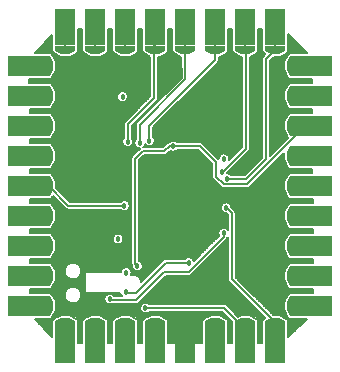
<source format=gbl>
G04 DipTrace 2.4.0.2*
%INSTM32.gbl*%
%MOMM*%
%ADD13C,0.203*%
%ADD14C,0.305*%
%ADD17C,0.152*%
%ADD19R,1.7X1.6*%
%ADD21R,1.7X2.032*%
%ADD23R,1.6X1.7*%
%ADD24R,2.032X1.7*%
%ADD29R,2.0X1.7*%
%ADD30R,1.7X2.0*%
%ADD40C,0.711*%
%ADD45C,0.457*%
%FSLAX53Y53*%
G04*
G71*
G90*
G75*
G01*
%LNBottom*%
%LPD*%
X34087Y26595D2*
D13*
X32922D1*
X23927Y12517D2*
D14*
Y11355D1*
Y10085D1*
X22884Y27446D2*
D13*
X25176D1*
X26518Y26104D1*
Y24868D1*
X27182Y24203D1*
X29155D1*
X34087Y29135D1*
X32925D1*
X34087D2*
X35357D1*
X22884Y27446D2*
X22618D1*
X22167Y26995D1*
X20323D1*
X19709Y26381D1*
Y17473D1*
X19887Y17295D1*
X26467Y35592D2*
Y36755D1*
Y38025D1*
X20905Y27902D2*
Y29169D1*
X26447Y34711D1*
Y36735D1*
X26467Y36755D1*
X23927Y35592D2*
Y36755D1*
Y38025D1*
X20096Y27704D2*
Y29249D1*
X23957Y33110D1*
Y36725D1*
X23927Y36755D1*
X21387Y35592D2*
Y36755D1*
Y38025D2*
Y36755D1*
X19065Y27833D2*
Y29286D1*
X21289Y31509D1*
Y36657D1*
X21387Y36755D1*
X18847Y35592D2*
Y36755D1*
Y38025D1*
X16307Y35592D2*
Y36755D1*
Y38025D1*
X13767Y35592D2*
Y36755D1*
Y38025D1*
X12389Y34215D2*
X11227D1*
X9957D1*
X12389Y31675D2*
X11227D1*
X9957D2*
X11227D1*
X20572Y13738D2*
X27224D1*
X29052Y11911D1*
Y11399D1*
X29007Y11355D1*
Y12520D2*
Y11355D1*
Y10085D2*
Y11355D1*
X13767Y12517D2*
Y11355D1*
Y10085D2*
Y11355D1*
X16307Y12517D2*
Y11355D1*
Y10085D2*
Y11355D1*
X18847Y12517D2*
Y11355D1*
Y10085D2*
Y11355D1*
X21387Y12517D2*
Y11355D1*
Y10085D2*
Y11355D1*
X32922Y13895D2*
X34087D1*
X35357D1*
X9957Y29135D2*
X11227D1*
X12389D2*
X11227D1*
X12389Y26595D2*
X11227D1*
X9957D2*
X11227D1*
X35357Y16435D2*
X34087D1*
X32925D1*
X27393Y22223D2*
X27439D1*
X27870Y21791D1*
Y16194D1*
X31547Y12517D1*
Y10085D2*
Y11355D1*
Y12517D2*
Y11355D1*
X35357Y18975D2*
X34087D1*
X32925D1*
X35357Y21515D2*
X32922D1*
X32925Y24055D2*
X34087D1*
X35357D2*
X34087D1*
X27475Y24685D2*
X29110D1*
X30746Y26320D1*
Y34788D1*
X31547Y35590D1*
Y36755D1*
Y38025D1*
X27049Y25263D2*
X27127D1*
X29084Y27220D1*
Y35592D1*
X29007D1*
Y38025D2*
Y36755D1*
Y35592D1*
X18782Y22412D2*
X14032D1*
X12389Y24055D1*
X11227D1*
X9957D1*
X12389Y21515D2*
X11227D1*
X9957D2*
X11227D1*
X9957Y18975D2*
X11227D1*
X12389D2*
X11227D1*
X9957Y16435D2*
X11227D1*
X12389D2*
X11227D1*
X12389Y13895D2*
X11227D1*
X9957D2*
X11227D1*
X34087Y34215D2*
X32925D1*
X34087D2*
X35357D1*
X27194Y20054D2*
Y19771D1*
X24228Y16805D1*
X22159D1*
X19763Y14409D1*
X17634D1*
X17542Y14501D1*
X24233Y17577D2*
X22298D1*
X19751Y15030D1*
X18913D1*
X18891Y15051D1*
X34087Y31675D2*
D14*
X32925D1*
X34087D2*
X35357D1*
X26467Y12517D2*
Y11355D1*
Y10085D2*
Y11355D1*
D45*
X22884Y27446D3*
X28254Y29823D3*
X29716Y26329D3*
X27213Y26365D3*
X27049Y25263D3*
X27475Y24685D3*
X27393Y22223D3*
X24233Y17577D3*
X27194Y20054D3*
X20572Y13738D3*
X18782Y22412D3*
X19065Y27833D3*
X20096Y27704D3*
X20905Y27902D3*
X18891Y15051D3*
X17542Y14501D3*
X19887Y17295D3*
X31375Y28214D3*
X24423Y31124D3*
X18633Y31632D3*
X18247Y19585D3*
X16258Y17212D3*
X18926Y16739D3*
X16974Y20543D3*
X14867Y37252D2*
D17*
X15208D1*
X17406D2*
X17749D1*
X19945D2*
X20288D1*
X22486D2*
X22827D1*
X27567D2*
X27907D1*
X30105D2*
X30448D1*
X14867Y37104D2*
X15208D1*
X17406D2*
X17749D1*
X19945D2*
X20288D1*
X22486D2*
X22827D1*
X27567D2*
X27907D1*
X30105D2*
X30448D1*
X14867Y36955D2*
X15208D1*
X17406D2*
X17749D1*
X19945D2*
X20288D1*
X22486D2*
X22827D1*
X27567D2*
X27907D1*
X30105D2*
X30448D1*
X14867Y36806D2*
X15208D1*
X17406D2*
X17749D1*
X19945D2*
X20288D1*
X22486D2*
X22827D1*
X27567D2*
X27907D1*
X30105D2*
X30448D1*
X32647D2*
X32726D1*
X12540Y36657D2*
X12669D1*
X14867D2*
X15208D1*
X17406D2*
X17749D1*
X19945D2*
X20288D1*
X22486D2*
X22827D1*
X27567D2*
X27907D1*
X30105D2*
X30448D1*
X32647D2*
X32870D1*
X12397Y36509D2*
X12669D1*
X14867D2*
X15208D1*
X17406D2*
X17749D1*
X19945D2*
X20288D1*
X22486D2*
X22827D1*
X27567D2*
X27907D1*
X30105D2*
X30448D1*
X32647D2*
X33018D1*
X12255Y36360D2*
X12669D1*
X14867D2*
X15208D1*
X17406D2*
X17749D1*
X19945D2*
X20288D1*
X22486D2*
X22827D1*
X27567D2*
X27907D1*
X30105D2*
X30448D1*
X32647D2*
X33163D1*
X12112Y36212D2*
X12669D1*
X14867D2*
X15208D1*
X17406D2*
X17749D1*
X19945D2*
X20288D1*
X22486D2*
X22827D1*
X27567D2*
X27907D1*
X30105D2*
X30448D1*
X32647D2*
X33310D1*
X11968Y36063D2*
X12669D1*
X14867D2*
X15208D1*
X17406D2*
X17749D1*
X19945D2*
X20288D1*
X22486D2*
X22827D1*
X27567D2*
X27907D1*
X30105D2*
X30448D1*
X32647D2*
X33455D1*
X11825Y35914D2*
X12669D1*
X14867D2*
X15208D1*
X17406D2*
X17749D1*
X19945D2*
X20288D1*
X22486D2*
X22827D1*
X27567D2*
X27907D1*
X30105D2*
X30448D1*
X32647D2*
X33600D1*
X11683Y35766D2*
X12669D1*
X14867D2*
X15208D1*
X17406D2*
X17749D1*
X19945D2*
X20288D1*
X22486D2*
X22827D1*
X27567D2*
X27907D1*
X30105D2*
X30448D1*
X32647D2*
X33747D1*
X11540Y35617D2*
X12669D1*
X14867D2*
X15208D1*
X17406D2*
X17749D1*
X19945D2*
X20288D1*
X22486D2*
X22827D1*
X27567D2*
X27907D1*
X30105D2*
X30448D1*
X32647D2*
X33892D1*
X11398Y35468D2*
X12669D1*
X14865D2*
X15210D1*
X17404D2*
X17749D1*
X19945D2*
X20290D1*
X22484D2*
X22829D1*
X27564D2*
X27909D1*
X30105D2*
X30450D1*
X32644D2*
X34039D1*
X11253Y35319D2*
X12747D1*
X14787D2*
X15286D1*
X17328D2*
X17827D1*
X19867D2*
X20366D1*
X22408D2*
X22907D1*
X27488D2*
X27987D1*
X30027D2*
X30526D1*
X32568D2*
X34184D1*
X12711Y35171D2*
X13020D1*
X14514D2*
X15559D1*
X17055D2*
X18100D1*
X19594D2*
X20639D1*
X22135D2*
X23180D1*
X27215D2*
X28261D1*
X29754D2*
X30638D1*
X32295D2*
X32602D1*
X12787Y35022D2*
X13308D1*
X14226D2*
X15849D1*
X16765D2*
X18388D1*
X19306D2*
X20929D1*
X21845D2*
X23468D1*
X26925D2*
X28548D1*
X29464D2*
X30491D1*
X32005D2*
X32526D1*
X12863Y34873D2*
X20938D1*
X21641D2*
X23606D1*
X26797D2*
X28733D1*
X29436D2*
X30405D1*
X31321D2*
X32450D1*
X12941Y34725D2*
X20938D1*
X21641D2*
X23606D1*
X26797D2*
X28733D1*
X29436D2*
X30396D1*
X31172D2*
X32374D1*
X13003Y34576D2*
X20938D1*
X21641D2*
X23606D1*
X26771D2*
X28733D1*
X29436D2*
X30396D1*
X31096D2*
X32310D1*
X13005Y34428D2*
X20938D1*
X21641D2*
X23606D1*
X26655D2*
X28733D1*
X29436D2*
X30396D1*
X31096D2*
X32308D1*
X13005Y34279D2*
X20938D1*
X21641D2*
X23606D1*
X26505D2*
X28733D1*
X29436D2*
X30396D1*
X31096D2*
X32308D1*
X13005Y34130D2*
X20938D1*
X21641D2*
X23606D1*
X26355D2*
X28733D1*
X29436D2*
X30396D1*
X31096D2*
X32308D1*
X13005Y33982D2*
X20938D1*
X21641D2*
X23606D1*
X26208D2*
X28733D1*
X29436D2*
X30396D1*
X31096D2*
X32308D1*
X12998Y33833D2*
X20938D1*
X21641D2*
X23606D1*
X26058D2*
X28733D1*
X29436D2*
X30396D1*
X31096D2*
X32315D1*
X12929Y33684D2*
X20938D1*
X21641D2*
X23606D1*
X25911D2*
X28733D1*
X29436D2*
X30396D1*
X31096D2*
X32384D1*
X12853Y33536D2*
X20938D1*
X21641D2*
X23606D1*
X25762D2*
X28733D1*
X29436D2*
X30396D1*
X31096D2*
X32460D1*
X12777Y33387D2*
X20938D1*
X21641D2*
X23606D1*
X25614D2*
X28733D1*
X29436D2*
X30396D1*
X31096D2*
X32538D1*
X12699Y33238D2*
X20938D1*
X21641D2*
X23596D1*
X25465D2*
X28733D1*
X29436D2*
X30396D1*
X31096D2*
X32614D1*
X10763Y33090D2*
X20938D1*
X21641D2*
X23446D1*
X25315D2*
X28733D1*
X29436D2*
X30396D1*
X31096D2*
X34647D1*
X10763Y32941D2*
X20938D1*
X21641D2*
X23297D1*
X25168D2*
X28733D1*
X29436D2*
X30396D1*
X31096D2*
X34647D1*
X10766Y32792D2*
X20938D1*
X21641D2*
X23150D1*
X25018D2*
X28733D1*
X29436D2*
X30396D1*
X31096D2*
X34649D1*
X12704Y32643D2*
X20938D1*
X21641D2*
X23000D1*
X24871D2*
X28733D1*
X29436D2*
X30396D1*
X31096D2*
X32609D1*
X12780Y32495D2*
X20938D1*
X21641D2*
X22853D1*
X24721D2*
X28733D1*
X29436D2*
X30396D1*
X31096D2*
X32533D1*
X12858Y32346D2*
X20938D1*
X21641D2*
X22703D1*
X24572D2*
X28733D1*
X29436D2*
X30396D1*
X31096D2*
X32457D1*
X12934Y32197D2*
X20938D1*
X21641D2*
X22553D1*
X24424D2*
X28733D1*
X29436D2*
X30396D1*
X31096D2*
X32381D1*
X13001Y32049D2*
X18416D1*
X18848D2*
X20938D1*
X21641D2*
X22406D1*
X24275D2*
X28733D1*
X29436D2*
X30396D1*
X31096D2*
X32312D1*
X13005Y31900D2*
X18240D1*
X19026D2*
X20938D1*
X21641D2*
X22257D1*
X24128D2*
X28733D1*
X29436D2*
X30396D1*
X31096D2*
X32308D1*
X13005Y31752D2*
X18169D1*
X19095D2*
X20938D1*
X21641D2*
X22109D1*
X23978D2*
X28733D1*
X29436D2*
X30396D1*
X31096D2*
X32308D1*
X13005Y31603D2*
X18155D1*
X19109D2*
X20893D1*
X21641D2*
X21960D1*
X23828D2*
X28733D1*
X29436D2*
X30396D1*
X31096D2*
X32308D1*
X13005Y31454D2*
X18191D1*
X19076D2*
X20744D1*
X21636D2*
X21810D1*
X23681D2*
X28733D1*
X29436D2*
X30396D1*
X31096D2*
X32308D1*
X13003Y31305D2*
X18290D1*
X18976D2*
X20594D1*
X21572D2*
X21663D1*
X23531D2*
X28733D1*
X29436D2*
X30396D1*
X31096D2*
X32312D1*
X12937Y31157D2*
X20447D1*
X21427D2*
X21516D1*
X23384D2*
X28733D1*
X29436D2*
X30396D1*
X31096D2*
X32379D1*
X12861Y31008D2*
X20297D1*
X21278D2*
X21364D1*
X23235D2*
X28733D1*
X29436D2*
X30396D1*
X31096D2*
X32455D1*
X12782Y30860D2*
X20150D1*
X21130D2*
X21216D1*
X23085D2*
X28733D1*
X29436D2*
X30396D1*
X31096D2*
X32531D1*
X12706Y30711D2*
X20000D1*
X20981D2*
X21067D1*
X22938D2*
X28733D1*
X29436D2*
X30396D1*
X31096D2*
X32607D1*
X10771Y30562D2*
X19853D1*
X20831D2*
X20919D1*
X22788D2*
X28733D1*
X29436D2*
X30396D1*
X31096D2*
X34661D1*
X10771Y30413D2*
X19703D1*
X20684D2*
X20770D1*
X22641D2*
X28733D1*
X29436D2*
X30396D1*
X31096D2*
X34661D1*
X10771Y30265D2*
X19554D1*
X20534D2*
X20623D1*
X22491D2*
X28733D1*
X29436D2*
X30396D1*
X31096D2*
X34661D1*
X12697Y30116D2*
X19407D1*
X20387D2*
X20473D1*
X22342D2*
X28733D1*
X29436D2*
X30396D1*
X31096D2*
X32619D1*
X12775Y29968D2*
X19257D1*
X20237D2*
X20323D1*
X22194D2*
X28733D1*
X29436D2*
X30396D1*
X31096D2*
X32540D1*
X12851Y29819D2*
X19110D1*
X20088D2*
X20176D1*
X22045D2*
X28733D1*
X29436D2*
X30396D1*
X31096D2*
X32464D1*
X12927Y29670D2*
X18960D1*
X19940D2*
X20026D1*
X21897D2*
X28733D1*
X29436D2*
X30396D1*
X31096D2*
X32386D1*
X12998Y29522D2*
X18810D1*
X19791D2*
X19879D1*
X21748D2*
X28733D1*
X29436D2*
X30396D1*
X31096D2*
X32317D1*
X13005Y29373D2*
X18725D1*
X19644D2*
X19768D1*
X21598D2*
X28733D1*
X29436D2*
X30396D1*
X31096D2*
X32308D1*
X13005Y29224D2*
X18715D1*
X19494D2*
X19744D1*
X21451D2*
X28733D1*
X29436D2*
X30396D1*
X31096D2*
X32308D1*
X13005Y29076D2*
X18715D1*
X19416D2*
X19744D1*
X21301D2*
X28733D1*
X29436D2*
X30396D1*
X31096D2*
X32308D1*
X13005Y28927D2*
X18715D1*
X19416D2*
X19744D1*
X21256D2*
X28733D1*
X29436D2*
X30396D1*
X31096D2*
X32308D1*
X13003Y28778D2*
X18715D1*
X19416D2*
X19744D1*
X21256D2*
X28733D1*
X29436D2*
X30396D1*
X31096D2*
X32310D1*
X12944Y28629D2*
X18715D1*
X19416D2*
X19744D1*
X21256D2*
X28733D1*
X29436D2*
X30396D1*
X31096D2*
X32372D1*
X12865Y28481D2*
X18715D1*
X19416D2*
X19744D1*
X21256D2*
X28733D1*
X29436D2*
X30396D1*
X31096D2*
X32448D1*
X12789Y28332D2*
X18715D1*
X19416D2*
X19744D1*
X21256D2*
X28733D1*
X29436D2*
X30396D1*
X31096D2*
X32524D1*
X12713Y28183D2*
X18715D1*
X19416D2*
X19744D1*
X21287D2*
X28733D1*
X29436D2*
X30396D1*
X31096D2*
X32600D1*
X10778Y28035D2*
X18635D1*
X19496D2*
X19744D1*
X21363D2*
X28733D1*
X29436D2*
X30396D1*
X31096D2*
X32498D1*
X10778Y27886D2*
X18590D1*
X19541D2*
X19656D1*
X21382D2*
X22724D1*
X23042D2*
X28733D1*
X29436D2*
X30396D1*
X31096D2*
X32348D1*
X10778Y27738D2*
X18597D1*
X19534D2*
X19620D1*
X21354D2*
X22435D1*
X25358D2*
X28733D1*
X29436D2*
X30396D1*
X31096D2*
X32201D1*
X12687Y27589D2*
X18656D1*
X19475D2*
X19632D1*
X21261D2*
X22271D1*
X25524D2*
X28733D1*
X29436D2*
X30396D1*
X31096D2*
X32051D1*
X12768Y27440D2*
X18806D1*
X19325D2*
X19701D1*
X20491D2*
X20860D1*
X20949D2*
X22121D1*
X25671D2*
X28733D1*
X29436D2*
X30396D1*
X31096D2*
X31901D1*
X12844Y27292D2*
X19870D1*
X25821D2*
X28667D1*
X29436D2*
X30396D1*
X31096D2*
X31754D1*
X12920Y27143D2*
X19981D1*
X25968D2*
X28517D1*
X29426D2*
X30396D1*
X31096D2*
X31605D1*
X12994Y26994D2*
X19832D1*
X22655D2*
X22770D1*
X22999D2*
X25137D1*
X26118D2*
X28367D1*
X29348D2*
X30396D1*
X31096D2*
X31457D1*
X13005Y26846D2*
X19684D1*
X22508D2*
X25287D1*
X26267D2*
X28220D1*
X29201D2*
X30396D1*
X31096D2*
X31308D1*
X13005Y26697D2*
X19535D1*
X22337D2*
X25434D1*
X26415D2*
X26876D1*
X27550D2*
X28071D1*
X29051D2*
X30396D1*
X32138D2*
X32308D1*
X13005Y26548D2*
X19402D1*
X20366D2*
X25584D1*
X26564D2*
X26774D1*
X27652D2*
X27923D1*
X28901D2*
X30396D1*
X31991D2*
X32308D1*
X13005Y26399D2*
X19359D1*
X20218D2*
X25734D1*
X27690D2*
X27774D1*
X28754D2*
X30334D1*
X31842D2*
X32308D1*
X13005Y26251D2*
X19359D1*
X20069D2*
X25881D1*
X28604D2*
X30187D1*
X31694D2*
X32308D1*
X12948Y26102D2*
X19359D1*
X20059D2*
X26030D1*
X28457D2*
X30037D1*
X31545D2*
X32365D1*
X12872Y25954D2*
X19359D1*
X20059D2*
X26166D1*
X28308D2*
X29890D1*
X31395D2*
X32441D1*
X12796Y25805D2*
X19359D1*
X20059D2*
X26166D1*
X28158D2*
X29740D1*
X31248D2*
X32517D1*
X12720Y25656D2*
X19359D1*
X20059D2*
X26166D1*
X28011D2*
X29591D1*
X31098D2*
X32595D1*
X10785Y25508D2*
X19359D1*
X20059D2*
X26166D1*
X27861D2*
X29443D1*
X30951D2*
X34687D1*
X10785Y25359D2*
X19359D1*
X20059D2*
X26166D1*
X27714D2*
X29294D1*
X30801D2*
X34687D1*
X10785Y25210D2*
X19359D1*
X20059D2*
X26166D1*
X27564D2*
X29146D1*
X30652D2*
X34687D1*
X12675Y25061D2*
X19359D1*
X20059D2*
X26166D1*
X27759D2*
X28997D1*
X30504D2*
X32638D1*
X12761Y24913D2*
X19359D1*
X20059D2*
X26166D1*
X30355D2*
X32552D1*
X12837Y24764D2*
X19359D1*
X20059D2*
X26182D1*
X30208D2*
X32476D1*
X12915Y24616D2*
X19359D1*
X20059D2*
X26280D1*
X30058D2*
X32400D1*
X12989Y24467D2*
X19359D1*
X20059D2*
X26429D1*
X29908D2*
X32324D1*
X13005Y24318D2*
X19359D1*
X20059D2*
X26577D1*
X29761D2*
X32308D1*
X13005Y24169D2*
X19359D1*
X20059D2*
X26726D1*
X29611D2*
X32308D1*
X13005Y24021D2*
X19359D1*
X20059D2*
X26874D1*
X29464D2*
X32308D1*
X13062Y23872D2*
X19359D1*
X20059D2*
X27109D1*
X29229D2*
X32308D1*
X13210Y23724D2*
X19359D1*
X20059D2*
X32308D1*
X13359Y23575D2*
X19359D1*
X20059D2*
X32357D1*
X13509Y23426D2*
X19359D1*
X20059D2*
X32433D1*
X13656Y23278D2*
X19359D1*
X20059D2*
X32512D1*
X12728Y23129D2*
X12825D1*
X13806D2*
X19359D1*
X20059D2*
X32588D1*
X12568Y22980D2*
X12975D1*
X13953D2*
X19359D1*
X20059D2*
X32745D1*
X10790Y22832D2*
X13122D1*
X14103D2*
X18571D1*
X18993D2*
X19359D1*
X20059D2*
X34699D1*
X10792Y22683D2*
X13272D1*
X19173D2*
X19359D1*
X20059D2*
X27327D1*
X27459D2*
X34702D1*
X12663Y22534D2*
X13419D1*
X19245D2*
X19359D1*
X20059D2*
X27035D1*
X27752D2*
X32650D1*
X12754Y22385D2*
X13569D1*
X19259D2*
X19359D1*
X20059D2*
X26945D1*
X27842D2*
X32559D1*
X12832Y22237D2*
X13718D1*
X19226D2*
X19359D1*
X20059D2*
X26916D1*
X27916D2*
X32483D1*
X12908Y22088D2*
X13930D1*
X19128D2*
X19359D1*
X20059D2*
X26935D1*
X28063D2*
X32407D1*
X12984Y21939D2*
X19359D1*
X20059D2*
X27011D1*
X28186D2*
X32329D1*
X13005Y21791D2*
X19359D1*
X20059D2*
X27213D1*
X28222D2*
X32308D1*
X13005Y21642D2*
X19359D1*
X20059D2*
X27520D1*
X28222D2*
X32308D1*
X13005Y21494D2*
X19359D1*
X20059D2*
X27520D1*
X28222D2*
X32308D1*
X13005Y21345D2*
X19359D1*
X20059D2*
X27520D1*
X28222D2*
X32308D1*
X13005Y21196D2*
X19359D1*
X20059D2*
X27520D1*
X28222D2*
X32308D1*
X12963Y21048D2*
X19359D1*
X20059D2*
X27520D1*
X28222D2*
X32353D1*
X12887Y20899D2*
X19359D1*
X20059D2*
X27520D1*
X28222D2*
X32429D1*
X12808Y20750D2*
X19359D1*
X20059D2*
X27520D1*
X28222D2*
X32505D1*
X12732Y20602D2*
X19359D1*
X20059D2*
X27520D1*
X28222D2*
X32581D1*
X12602Y20453D2*
X19359D1*
X20059D2*
X26945D1*
X27443D2*
X27520D1*
X28222D2*
X32711D1*
X10797Y20304D2*
X19359D1*
X20059D2*
X26790D1*
X28222D2*
X34713D1*
X10797Y20155D2*
X19359D1*
X20059D2*
X26726D1*
X28222D2*
X34713D1*
X12649Y20007D2*
X18041D1*
X18451D2*
X19359D1*
X20059D2*
X26719D1*
X28222D2*
X32664D1*
X12749Y19858D2*
X17858D1*
X18634D2*
X19359D1*
X20059D2*
X26760D1*
X28222D2*
X32566D1*
X12825Y19710D2*
X17787D1*
X18708D2*
X19359D1*
X20059D2*
X26643D1*
X28222D2*
X32490D1*
X12901Y19561D2*
X17770D1*
X18724D2*
X19359D1*
X20059D2*
X26494D1*
X28222D2*
X32412D1*
X12977Y19412D2*
X17801D1*
X18691D2*
X19359D1*
X20059D2*
X26344D1*
X27324D2*
X27520D1*
X28222D2*
X32336D1*
X13005Y19264D2*
X17898D1*
X18594D2*
X19359D1*
X20059D2*
X26197D1*
X27177D2*
X27520D1*
X28222D2*
X32308D1*
X13005Y19115D2*
X19359D1*
X20059D2*
X26047D1*
X27027D2*
X27520D1*
X28222D2*
X32308D1*
X13005Y18966D2*
X19359D1*
X20059D2*
X25900D1*
X26880D2*
X27520D1*
X28222D2*
X32308D1*
X13005Y18817D2*
X19359D1*
X20059D2*
X25750D1*
X26731D2*
X27520D1*
X28222D2*
X32308D1*
X13005Y18669D2*
X19359D1*
X20059D2*
X25601D1*
X26581D2*
X27520D1*
X28222D2*
X32308D1*
X12970Y18520D2*
X19359D1*
X20059D2*
X25453D1*
X26434D2*
X27520D1*
X28222D2*
X32346D1*
X12891Y18372D2*
X19359D1*
X20059D2*
X25304D1*
X26284D2*
X27520D1*
X28222D2*
X32422D1*
X12815Y18223D2*
X19359D1*
X20059D2*
X25156D1*
X26137D2*
X27520D1*
X28222D2*
X32498D1*
X12739Y18074D2*
X19359D1*
X20059D2*
X25007D1*
X25987D2*
X27520D1*
X28222D2*
X32574D1*
X12625Y17926D2*
X19359D1*
X20059D2*
X23912D1*
X24553D2*
X24857D1*
X25838D2*
X27520D1*
X28222D2*
X32688D1*
X10804Y17777D2*
X19359D1*
X20059D2*
X22007D1*
X25690D2*
X27520D1*
X28222D2*
X34725D1*
X10804Y17628D2*
X19359D1*
X20223D2*
X21860D1*
X25541D2*
X27520D1*
X28222D2*
X34728D1*
X12633Y17480D2*
X14037D1*
X14825D2*
X19359D1*
X20328D2*
X21710D1*
X25393D2*
X27520D1*
X28222D2*
X32683D1*
X12742Y17331D2*
X13868D1*
X14993D2*
X19390D1*
X20363D2*
X21563D1*
X25244D2*
X27520D1*
X28222D2*
X32571D1*
X12818Y17182D2*
X13773D1*
X15086D2*
X18777D1*
X19074D2*
X19423D1*
X20351D2*
X21413D1*
X25094D2*
X27520D1*
X28222D2*
X32495D1*
X12894Y17034D2*
X13723D1*
X15138D2*
X18554D1*
X19297D2*
X19490D1*
X20285D2*
X21264D1*
X24947D2*
X27520D1*
X28222D2*
X32419D1*
X12972Y16885D2*
X13707D1*
X15155D2*
X18471D1*
X19380D2*
X19658D1*
X20119D2*
X21117D1*
X24797D2*
X27520D1*
X28222D2*
X32343D1*
X13005Y16736D2*
X13721D1*
X15141D2*
X15436D1*
X19404D2*
X20967D1*
X24650D2*
X27520D1*
X28222D2*
X32308D1*
X13005Y16588D2*
X13771D1*
X15091D2*
X15436D1*
X19378D2*
X20820D1*
X24500D2*
X27520D1*
X28222D2*
X32308D1*
X13005Y16439D2*
X13861D1*
X15000D2*
X15436D1*
X19940D2*
X20670D1*
X22282D2*
X27520D1*
X28222D2*
X32308D1*
X13005Y16290D2*
X14022D1*
X14839D2*
X15436D1*
X20092D2*
X20520D1*
X22133D2*
X27520D1*
X28265D2*
X32308D1*
X13005Y16142D2*
X15436D1*
X20178D2*
X20373D1*
X21985D2*
X27524D1*
X28412D2*
X32308D1*
X12975Y15993D2*
X15436D1*
X21836D2*
X27586D1*
X28562D2*
X32338D1*
X12899Y15844D2*
X15436D1*
X21688D2*
X27731D1*
X28709D2*
X32414D1*
X12823Y15696D2*
X15436D1*
X21539D2*
X27878D1*
X28859D2*
X32490D1*
X12747Y15547D2*
X14296D1*
X14566D2*
X15436D1*
X21392D2*
X28028D1*
X29008D2*
X32569D1*
X12644Y15398D2*
X13968D1*
X14894D2*
X15436D1*
X21242D2*
X28175D1*
X29155D2*
X32671D1*
X10811Y15249D2*
X13830D1*
X15029D2*
X15436D1*
X21092D2*
X28325D1*
X29305D2*
X34740D1*
X10811Y15101D2*
X13754D1*
X15107D2*
X15436D1*
X20945D2*
X28474D1*
X29452D2*
X34740D1*
X12611Y14952D2*
X13714D1*
X15148D2*
X17426D1*
X17658D2*
X18423D1*
X20795D2*
X28622D1*
X29602D2*
X32704D1*
X12735Y14804D2*
X13709D1*
X15152D2*
X17176D1*
X17907D2*
X18485D1*
X20648D2*
X28771D1*
X29752D2*
X32578D1*
X12811Y14655D2*
X13733D1*
X15126D2*
X17091D1*
X20499D2*
X28918D1*
X29899D2*
X32502D1*
X12889Y14506D2*
X13794D1*
X15067D2*
X17065D1*
X20349D2*
X29068D1*
X30048D2*
X32426D1*
X12965Y14358D2*
X13904D1*
X14958D2*
X17086D1*
X20202D2*
X29218D1*
X30196D2*
X32350D1*
X13005Y14209D2*
X14110D1*
X14751D2*
X17167D1*
X20052D2*
X29365D1*
X30345D2*
X32308D1*
X13005Y14060D2*
X17385D1*
X17701D2*
X20224D1*
X27334D2*
X29515D1*
X30495D2*
X32308D1*
X13005Y13912D2*
X20129D1*
X27540D2*
X29662D1*
X30642D2*
X32308D1*
X13005Y13763D2*
X20095D1*
X27690D2*
X29811D1*
X30792D2*
X32308D1*
X13005Y13614D2*
X20112D1*
X27837D2*
X29961D1*
X30939D2*
X32308D1*
X12982Y13466D2*
X20183D1*
X27987D2*
X30108D1*
X31089D2*
X32331D1*
X12906Y13317D2*
X20366D1*
X20779D2*
X27156D1*
X28137D2*
X30258D1*
X31238D2*
X32410D1*
X12830Y13168D2*
X27303D1*
X28284D2*
X30405D1*
X31386D2*
X32486D1*
X12754Y13020D2*
X13177D1*
X14357D2*
X15716D1*
X16898D2*
X18257D1*
X19437D2*
X20796D1*
X21978D2*
X25876D1*
X27056D2*
X27453D1*
X29597D2*
X30555D1*
X32136D2*
X32562D1*
X12659Y12871D2*
X12887D1*
X14647D2*
X15428D1*
X17185D2*
X17967D1*
X19727D2*
X20509D1*
X22266D2*
X25589D1*
X27346D2*
X27600D1*
X29887D2*
X30669D1*
X32426D2*
X32654D1*
X11300Y12722D2*
X12695D1*
X14841D2*
X15234D1*
X17380D2*
X17775D1*
X19919D2*
X20314D1*
X22460D2*
X25394D1*
X27540D2*
X27750D1*
X30079D2*
X30474D1*
X32621D2*
X34134D1*
X11443Y12574D2*
X12669D1*
X14867D2*
X15208D1*
X17406D2*
X17749D1*
X19945D2*
X20288D1*
X22486D2*
X25368D1*
X27567D2*
X27900D1*
X30105D2*
X30448D1*
X32647D2*
X33977D1*
X11585Y12425D2*
X12669D1*
X14867D2*
X15208D1*
X17406D2*
X17749D1*
X19945D2*
X20288D1*
X22486D2*
X25368D1*
X27567D2*
X27907D1*
X30105D2*
X30448D1*
X32647D2*
X33820D1*
X11728Y12276D2*
X12669D1*
X14867D2*
X15208D1*
X17406D2*
X17749D1*
X19945D2*
X20288D1*
X22486D2*
X25368D1*
X27567D2*
X27907D1*
X30105D2*
X30448D1*
X32647D2*
X33661D1*
X11873Y12127D2*
X12669D1*
X14867D2*
X15208D1*
X17406D2*
X17749D1*
X19945D2*
X20288D1*
X22486D2*
X25368D1*
X27567D2*
X27907D1*
X30105D2*
X30448D1*
X32647D2*
X33505D1*
X12015Y11979D2*
X12669D1*
X14867D2*
X15208D1*
X17406D2*
X17749D1*
X19945D2*
X20288D1*
X22486D2*
X25368D1*
X27567D2*
X27907D1*
X30105D2*
X30448D1*
X32647D2*
X33348D1*
X12158Y11830D2*
X12669D1*
X14867D2*
X15208D1*
X17406D2*
X17749D1*
X19945D2*
X20288D1*
X22486D2*
X25368D1*
X27567D2*
X27907D1*
X30105D2*
X30448D1*
X32647D2*
X33191D1*
X12300Y11681D2*
X12669D1*
X14867D2*
X15208D1*
X17406D2*
X17749D1*
X19945D2*
X20288D1*
X22486D2*
X25368D1*
X27567D2*
X27907D1*
X30105D2*
X30448D1*
X32647D2*
X33032D1*
X12443Y11533D2*
X12669D1*
X14867D2*
X15208D1*
X17406D2*
X17749D1*
X19945D2*
X20288D1*
X22486D2*
X25368D1*
X27567D2*
X27907D1*
X30105D2*
X30448D1*
X32647D2*
X32875D1*
X12585Y11384D2*
X12665D1*
X14867D2*
X15208D1*
X17406D2*
X17749D1*
X19945D2*
X20288D1*
X22486D2*
X25368D1*
X27567D2*
X27907D1*
X30105D2*
X30448D1*
X14867Y11236D2*
X15208D1*
X17406D2*
X17749D1*
X19945D2*
X20288D1*
X22486D2*
X25368D1*
X27567D2*
X27907D1*
X30105D2*
X30448D1*
X14867Y11087D2*
X15208D1*
X17406D2*
X17749D1*
X19945D2*
X20288D1*
X22486D2*
X25368D1*
X27567D2*
X27907D1*
X30105D2*
X30448D1*
X14867Y10938D2*
X15208D1*
X17406D2*
X17749D1*
X19945D2*
X20288D1*
X22486D2*
X25368D1*
X27567D2*
X27907D1*
X30105D2*
X30448D1*
X14867Y10790D2*
X15208D1*
X17406D2*
X17749D1*
X19945D2*
X20288D1*
X22486D2*
X25368D1*
X27567D2*
X27907D1*
X27551Y37388D2*
X27549Y35720D1*
X27551Y35656D1*
Y35495D1*
X27539Y35420D1*
X27504Y35353D1*
X27447Y35300D1*
X27357Y35251D1*
X26899Y35016D1*
X26825Y34993D1*
X26785Y34990D1*
X26783Y34711D1*
X26775Y34636D1*
X26750Y34564D1*
X26707Y34498D1*
X26362Y34151D1*
X21242Y29030D1*
X21241Y28221D1*
X21303Y28140D1*
X21336Y28071D1*
X21358Y27999D1*
X21368Y27902D1*
X21362Y27826D1*
X21344Y27753D1*
X21313Y27683D1*
X21272Y27619D1*
X21221Y27563D1*
X21161Y27516D1*
X21095Y27479D1*
X21023Y27454D1*
X20949Y27441D1*
X20873Y27440D1*
X20798Y27451D1*
X20726Y27475D1*
X20658Y27510D1*
X20598Y27556D1*
X20547Y27609D1*
X20534Y27554D1*
X20504Y27485D1*
X20463Y27421D1*
X20411Y27365D1*
X20369Y27331D1*
X22026D1*
X22380Y27684D1*
X22439Y27731D1*
X22510Y27764D1*
X22552Y27776D1*
X22619Y27826D1*
X22684Y27864D1*
X22755Y27891D1*
X22830Y27906D1*
X22905Y27909D1*
X22981Y27899D1*
X23053Y27877D1*
X23122Y27843D1*
X23202Y27781D1*
X24632Y27782D1*
X25176D1*
X25251Y27774D1*
X25323Y27748D1*
X25389Y27706D1*
X25736Y27361D1*
X26751Y26347D1*
X26755Y26430D1*
X26771Y26504D1*
X26800Y26574D1*
X26840Y26639D1*
X26890Y26696D1*
X26948Y26744D1*
X27014Y26783D1*
X27085Y26810D1*
X27159Y26825D1*
X27235Y26827D1*
X27310Y26818D1*
X27383Y26796D1*
X27451Y26762D1*
X27513Y26718D1*
X27566Y26664D1*
X27611Y26602D1*
X27644Y26534D1*
X27666Y26462D1*
X27676Y26365D1*
X27667Y26278D1*
X28749Y27360D1*
X28748Y34989D1*
X28682Y34990D1*
X28605Y35004D1*
X28507Y35051D1*
X28050Y35286D1*
X27989Y35331D1*
X27946Y35393D1*
X27924Y35468D1*
X27923Y35571D1*
Y37389D1*
X27551Y37387D1*
X27549Y36774D1*
X22843Y36024D2*
X22842Y37373D1*
X22469Y37372D1*
X22471Y37105D1*
X22469Y35720D1*
X22471Y35656D1*
Y35495D1*
X22459Y35420D1*
X22424Y35353D1*
X22367Y35300D1*
X22277Y35251D1*
X21819Y35016D1*
X21745Y34993D1*
X21624Y34990D1*
X21625Y33693D1*
Y31509D1*
X21617Y31434D1*
X21591Y31363D1*
X21549Y31297D1*
X21204Y30949D1*
X19402Y29147D1*
Y28153D1*
X19463Y28070D1*
X19496Y28002D1*
X19518Y27930D1*
X19529Y27833D1*
X19522Y27757D1*
X19504Y27683D1*
X19474Y27614D1*
X19432Y27550D1*
X19381Y27494D1*
X19322Y27447D1*
X19255Y27410D1*
X19184Y27385D1*
X19109Y27372D1*
X19033Y27371D1*
X18958Y27382D1*
X18886Y27406D1*
X18818Y27441D1*
X18758Y27487D1*
X18705Y27542D1*
X18663Y27604D1*
X18631Y27673D1*
X18611Y27746D1*
X18603Y27822D1*
X18607Y27898D1*
X18624Y27972D1*
X18652Y28042D1*
X18692Y28107D1*
X18731Y28152D1*
X18729Y29125D1*
Y29286D1*
X18738Y29361D1*
X18763Y29433D1*
X18806Y29498D1*
X19150Y29846D1*
X20952Y31648D1*
X20953Y35017D1*
X20430Y35286D1*
X20369Y35331D1*
X20326Y35393D1*
X20304Y35468D1*
X20303Y35571D1*
Y37366D1*
X19932Y37365D1*
X19931Y35720D1*
Y35495D1*
X19919Y35420D1*
X19884Y35353D1*
X19827Y35300D1*
X19737Y35251D1*
X19279Y35016D1*
X19205Y34993D1*
X19096Y34990D1*
X18522D1*
X18445Y35004D1*
X18347Y35051D1*
X17890Y35286D1*
X17829Y35331D1*
X17786Y35393D1*
X17764Y35468D1*
X17763Y35571D1*
Y37361D1*
X17598Y37358D1*
X17391D1*
X17389Y35720D1*
X17391Y35656D1*
Y35495D1*
X17379Y35420D1*
X17344Y35353D1*
X17287Y35300D1*
X17197Y35251D1*
X16739Y35016D1*
X16665Y34993D1*
X16556Y34990D1*
X15982D1*
X15905Y35004D1*
X15807Y35051D1*
X15350Y35286D1*
X15289Y35331D1*
X15246Y35393D1*
X15224Y35468D1*
X15223Y35571D1*
Y37351D1*
X14850Y37350D1*
X14851Y36725D1*
X14849Y35720D1*
X14851Y35656D1*
Y35495D1*
X14839Y35420D1*
X14804Y35353D1*
X14747Y35300D1*
X14657Y35251D1*
X14199Y35016D1*
X14125Y34993D1*
X14016Y34990D1*
X13442D1*
X13365Y35004D1*
X13267Y35051D1*
X12810Y35286D1*
X12749Y35331D1*
X12706Y35393D1*
X12684Y35468D1*
X12683Y35571D1*
X12682Y36821D1*
X11219Y35299D1*
X12261Y35297D1*
X12326Y35299D1*
X12487D1*
X12562Y35287D1*
X12629Y35252D1*
X12682Y35195D1*
X12730Y35104D1*
X12966Y34647D1*
X12989Y34573D1*
X12991Y34464D1*
Y33890D1*
X12978Y33813D1*
X12931Y33715D1*
X12696Y33257D1*
X12651Y33197D1*
X12588Y33153D1*
X12514Y33132D1*
X12411Y33130D1*
X10749D1*
X10750Y32758D1*
X11207Y32759D1*
X12261D1*
X12487D1*
X12562Y32747D1*
X12629Y32712D1*
X12682Y32655D1*
X12730Y32564D1*
X12966Y32107D1*
X12989Y32033D1*
X12991Y31924D1*
Y31350D1*
X12978Y31273D1*
X12931Y31175D1*
X12696Y30717D1*
X12651Y30657D1*
X12588Y30613D1*
X12514Y30592D1*
X12411Y30590D1*
X10753D1*
X10756Y30428D1*
X10759Y30219D1*
X11207Y30217D1*
X11257Y30219D1*
X12261Y30217D1*
X12326Y30219D1*
X12487D1*
X12562Y30207D1*
X12629Y30172D1*
X12682Y30115D1*
X12730Y30024D1*
X12966Y29567D1*
X12989Y29493D1*
X12991Y29384D1*
Y28810D1*
X12978Y28733D1*
X12931Y28635D1*
X12696Y28177D1*
X12651Y28117D1*
X12588Y28073D1*
X12514Y28052D1*
X12411Y28050D1*
X10763D1*
Y27680D1*
X12261Y27679D1*
X12487D1*
X12562Y27667D1*
X12629Y27632D1*
X12682Y27575D1*
X12730Y27484D1*
X12966Y27027D1*
X12989Y26953D1*
X12991Y26844D1*
Y26270D1*
X12978Y26193D1*
X12931Y26095D1*
X12696Y25637D1*
X12651Y25577D1*
X12588Y25533D1*
X12514Y25512D1*
X12411Y25510D1*
X10768D1*
X10770Y25139D1*
X11191Y25137D1*
X11257Y25139D1*
X12261Y25137D1*
X12326Y25139D1*
X12487D1*
X12562Y25127D1*
X12629Y25092D1*
X12682Y25035D1*
X12730Y24944D1*
X12966Y24487D1*
X12989Y24413D1*
X12991Y24304D1*
Y23926D1*
X13594Y23325D1*
X14171Y22749D1*
X18466Y22748D1*
X18517Y22792D1*
X18582Y22830D1*
X18653Y22857D1*
X18728Y22872D1*
X18804Y22875D1*
X18879Y22865D1*
X18952Y22843D1*
X19020Y22810D1*
X19081Y22766D1*
X19135Y22712D1*
X19179Y22650D1*
X19213Y22582D1*
X19235Y22509D1*
X19245Y22412D1*
X19239Y22337D1*
X19220Y22263D1*
X19190Y22193D1*
X19149Y22130D1*
X19098Y22074D1*
X19038Y22027D1*
X18972Y21990D1*
X18900Y21965D1*
X18825Y21951D1*
X18749Y21950D1*
X18674Y21962D1*
X18602Y21986D1*
X18535Y22021D1*
X18466Y22075D1*
X16882Y22076D1*
X14032D1*
X13956Y22085D1*
X13885Y22110D1*
X13819Y22152D1*
X13472Y22497D1*
X12755Y23214D1*
X12696Y23097D1*
X12651Y23037D1*
X12588Y22993D1*
X12514Y22972D1*
X12411Y22970D1*
X10776D1*
Y22598D1*
X12169Y22599D1*
X12261Y22597D1*
X12326Y22599D1*
X12487D1*
X12562Y22587D1*
X12629Y22552D1*
X12682Y22495D1*
X12730Y22404D1*
X12966Y21947D1*
X12989Y21873D1*
X12991Y21764D1*
Y21190D1*
X12978Y21113D1*
X12931Y21015D1*
X12696Y20557D1*
X12651Y20497D1*
X12588Y20453D1*
X12514Y20432D1*
X12411Y20430D1*
X10782D1*
X10783Y20057D1*
X10953Y20059D1*
X12261Y20057D1*
X12326Y20059D1*
X12487D1*
X12562Y20047D1*
X12629Y20012D1*
X12682Y19955D1*
X12730Y19864D1*
X12966Y19407D1*
X12989Y19333D1*
X12991Y19224D1*
Y18650D1*
X12978Y18573D1*
X12931Y18475D1*
X12696Y18017D1*
X12651Y17957D1*
X12588Y17913D1*
X12514Y17892D1*
X12411Y17890D1*
X10788Y17888D1*
X10789Y17520D1*
X12261Y17519D1*
X12487D1*
X12562Y17507D1*
X12629Y17472D1*
X12682Y17415D1*
X12730Y17324D1*
X12966Y16867D1*
X12989Y16793D1*
X12991Y16684D1*
Y16110D1*
X12978Y16033D1*
X12931Y15935D1*
X12696Y15477D1*
X12651Y15417D1*
X12588Y15373D1*
X12514Y15352D1*
X12411Y15350D1*
X10797D1*
X10796Y14979D1*
X12261Y14977D1*
X12326Y14979D1*
X12487D1*
X12562Y14967D1*
X12629Y14932D1*
X12682Y14875D1*
X12730Y14784D1*
X12966Y14327D1*
X12989Y14253D1*
X12991Y14144D1*
Y13570D1*
X12978Y13493D1*
X12931Y13395D1*
X12696Y12937D1*
X12651Y12877D1*
X12588Y12833D1*
X12514Y12812D1*
X12411Y12810D1*
X11201D1*
X12683Y11267D1*
X12685Y11319D1*
X12683Y11384D1*
X12685Y12389D1*
X12683Y12454D1*
Y12615D1*
X12695Y12689D1*
X12730Y12756D1*
X12787Y12809D1*
X12877Y12858D1*
X13335Y13093D1*
X13409Y13117D1*
X13518Y13119D1*
X14092D1*
X14169Y13106D1*
X14267Y13058D1*
X14724Y12823D1*
X14785Y12778D1*
X14828Y12716D1*
X14850Y12641D1*
X14851Y12539D1*
Y10752D1*
X15221Y10751D1*
X15223Y12144D1*
X15225Y12389D1*
X15223Y12454D1*
Y12615D1*
X15235Y12689D1*
X15270Y12756D1*
X15327Y12809D1*
X15417Y12858D1*
X15875Y13093D1*
X15949Y13117D1*
X16058Y13119D1*
X16632D1*
X16709Y13106D1*
X16807Y13058D1*
X17264Y12823D1*
X17325Y12778D1*
X17368Y12716D1*
X17390Y12641D1*
X17391Y12539D1*
Y10758D1*
X17763D1*
X17765Y12389D1*
X17763Y12454D1*
Y12615D1*
X17775Y12689D1*
X17810Y12756D1*
X17867Y12809D1*
X17957Y12858D1*
X18415Y13093D1*
X18489Y13117D1*
X18598Y13119D1*
X19172D1*
X19249Y13106D1*
X19347Y13058D1*
X19804Y12823D1*
X19865Y12778D1*
X19908Y12716D1*
X19930Y12641D1*
X19931Y12539D1*
Y10763D1*
X20304Y10766D1*
X20303Y11764D1*
X20305Y12389D1*
X20303Y12454D1*
Y12615D1*
X20315Y12689D1*
X20350Y12756D1*
X20407Y12809D1*
X20497Y12858D1*
X20955Y13093D1*
X21029Y13117D1*
X21138Y13119D1*
X21712D1*
X21789Y13106D1*
X21887Y13058D1*
X22344Y12823D1*
X22405Y12778D1*
X22448Y12716D1*
X22470Y12641D1*
X22471Y12539D1*
Y10772D1*
X25381Y10781D1*
X25383Y11335D1*
Y12389D1*
Y12615D1*
X25395Y12689D1*
X25430Y12756D1*
X25487Y12809D1*
X25577Y12858D1*
X26035Y13093D1*
X26109Y13117D1*
X26218Y13119D1*
X26792D1*
X26869Y13106D1*
X26967Y13058D1*
X27424Y12823D1*
X27485Y12778D1*
X27528Y12716D1*
X27550Y12641D1*
X27551Y12539D1*
Y10787D1*
X27923Y10788D1*
X27925Y11335D1*
X27923Y11384D1*
X27925Y12389D1*
X27923Y12459D1*
Y12566D1*
X27086Y13401D1*
X26008Y13402D1*
X20888Y13400D1*
X20828Y13353D1*
X20762Y13316D1*
X20690Y13291D1*
X20615Y13277D1*
X20539Y13276D1*
X20464Y13288D1*
X20392Y13312D1*
X20325Y13347D1*
X20264Y13392D1*
X20212Y13447D1*
X20169Y13510D1*
X20137Y13579D1*
X20117Y13652D1*
X20109Y13728D1*
X20113Y13803D1*
X20130Y13877D1*
X20159Y13948D1*
X20199Y14012D1*
X20248Y14070D1*
X20307Y14118D1*
X20372Y14156D1*
X20443Y14183D1*
X20518Y14198D1*
X20594Y14201D1*
X20669Y14191D1*
X20742Y14169D1*
X20810Y14136D1*
X20890Y14073D1*
X22320Y14074D1*
X27224D1*
X27299Y14066D1*
X27371Y14041D1*
X27437Y13998D1*
X27784Y13654D1*
X28424Y13014D1*
X28575Y13093D1*
X28649Y13117D1*
X28758Y13119D1*
X29332D1*
X29409Y13106D1*
X29507Y13058D1*
X29964Y12823D1*
X30025Y12778D1*
X30068Y12716D1*
X30090Y12641D1*
X30091Y12539D1*
Y10796D1*
X30464D1*
X30463Y11335D1*
Y12389D1*
Y12615D1*
X30475Y12689D1*
X30510Y12756D1*
X30567Y12809D1*
X30657Y12858D1*
X30706Y12883D1*
X27633Y15956D1*
X27585Y16016D1*
X27553Y16084D1*
X27536Y16161D1*
X27534Y16650D1*
Y19740D1*
X27509Y19653D1*
X27474Y19586D1*
X27378Y19480D1*
X24465Y16567D1*
X24406Y16520D1*
X24338Y16487D1*
X24261Y16471D1*
X23772Y16469D1*
X22297D1*
X20000Y14172D1*
X19941Y14124D1*
X19873Y14092D1*
X19796Y14075D1*
X19307Y14073D1*
X17718D1*
X17660Y14053D1*
X17586Y14039D1*
X17510D1*
X17435Y14050D1*
X17363Y14074D1*
X17295Y14109D1*
X17235Y14154D1*
X17182Y14209D1*
X17139Y14272D1*
X17108Y14341D1*
X17087Y14414D1*
X17079Y14490D1*
X17084Y14565D1*
X17101Y14639D1*
X17129Y14710D1*
X17169Y14775D1*
X17219Y14832D1*
X17277Y14880D1*
X17343Y14918D1*
X17414Y14945D1*
X17488Y14960D1*
X17564Y14963D1*
X17639Y14953D1*
X17712Y14931D1*
X17780Y14898D1*
X17842Y14854D1*
X17896Y14800D1*
X17938Y14745D1*
X18543D1*
X18488Y14823D1*
X18457Y14892D1*
X18436Y14965D1*
X18428Y15022D1*
X15450D1*
Y16773D1*
X18464D1*
X18484Y16878D1*
X18513Y16948D1*
X18552Y17013D1*
X18602Y17070D1*
X18661Y17118D1*
X18726Y17157D1*
X18797Y17184D1*
X18872Y17199D1*
X18947Y17201D1*
X19023Y17192D1*
X19095Y17170D1*
X19163Y17136D1*
X19225Y17092D1*
X19279Y17038D1*
X19323Y16976D1*
X19357Y16908D1*
X19378Y16836D1*
X19389Y16739D1*
X19383Y16663D1*
X19364Y16589D1*
X19348Y16552D1*
X19437Y16570D1*
X19513Y16573D1*
X19589Y16569D1*
X19664Y16557D1*
X19737Y16536D1*
X19808Y16508D1*
X19875Y16473D1*
X19938Y16430D1*
X19996Y16381D1*
X20048Y16326D1*
X20095Y16266D1*
X20134Y16201D1*
X20167Y16133D1*
X20192Y16061D1*
X20212Y15966D1*
X22061Y17815D1*
X22120Y17862D1*
X22189Y17895D1*
X22265Y17911D1*
X22754Y17913D1*
X23916D1*
X23968Y17957D1*
X24033Y17995D1*
X24104Y18022D1*
X24179Y18037D1*
X24254Y18040D1*
X24330Y18030D1*
X24402Y18008D1*
X24470Y17975D1*
X24532Y17930D1*
X24586Y17877D1*
X24630Y17815D1*
X24671Y17722D1*
X25979Y19031D1*
X26786Y19839D1*
X26759Y19894D1*
X26739Y19967D1*
X26731Y20043D1*
X26735Y20119D1*
X26752Y20193D1*
X26781Y20263D1*
X26820Y20328D1*
X26870Y20385D1*
X26929Y20433D1*
X26994Y20472D1*
X27065Y20498D1*
X27140Y20513D1*
X27216Y20516D1*
X27291Y20506D1*
X27364Y20484D1*
X27432Y20451D1*
X27493Y20407D1*
X27535Y20365D1*
X27534Y21362D1*
Y21654D1*
X27426Y21760D1*
X27361Y21761D1*
X27286Y21772D1*
X27213Y21796D1*
X27146Y21831D1*
X27085Y21877D1*
X27033Y21932D1*
X26990Y21994D1*
X26958Y22063D1*
X26938Y22137D1*
X26930Y22212D1*
X26935Y22288D1*
X26951Y22362D1*
X26980Y22432D1*
X27020Y22497D1*
X27070Y22554D1*
X27128Y22603D1*
X27194Y22641D1*
X27265Y22668D1*
X27339Y22683D1*
X27415Y22685D1*
X27490Y22676D1*
X27563Y22654D1*
X27631Y22620D1*
X27693Y22576D1*
X27746Y22522D1*
X27791Y22460D1*
X27824Y22392D1*
X27846Y22320D1*
X27851Y22284D1*
X28108Y22029D1*
X28155Y21970D1*
X28188Y21901D1*
X28204Y21825D1*
X28206Y21335D1*
Y16331D1*
X28645Y15894D1*
X31421Y13118D1*
X31872Y13119D1*
X31949Y13106D1*
X32047Y13058D1*
X32504Y12823D1*
X32565Y12778D1*
X32608Y12716D1*
X32630Y12641D1*
X32631Y12539D1*
Y11290D1*
X34243Y12810D1*
X33053Y12813D1*
X32983Y12810D1*
X32827D1*
X32752Y12822D1*
X32685Y12858D1*
X32632Y12915D1*
X32584Y13005D1*
X32348Y13462D1*
X32325Y13537D1*
X32323Y13646D1*
Y14220D1*
X32336Y14296D1*
X32383Y14395D1*
X32618Y14852D1*
X32663Y14913D1*
X32726Y14956D1*
X32800Y14977D1*
X32903Y14979D1*
X34755D1*
X34754Y15353D1*
X34589Y15350D1*
X33053Y15353D1*
X32988Y15350D1*
X32827D1*
X32752Y15362D1*
X32685Y15398D1*
X32632Y15455D1*
X32584Y15545D1*
X32348Y16002D1*
X32325Y16077D1*
X32323Y16186D1*
Y16760D1*
X32336Y16836D1*
X32383Y16935D1*
X32618Y17392D1*
X32663Y17453D1*
X32726Y17496D1*
X32800Y17517D1*
X32903Y17519D1*
X34741D1*
Y17889D1*
X34107Y17890D1*
X33053D1*
X32827D1*
X32752Y17902D1*
X32685Y17938D1*
X32632Y17995D1*
X32584Y18085D1*
X32348Y18542D1*
X32325Y18617D1*
X32323Y18726D1*
Y19300D1*
X32336Y19376D1*
X32383Y19475D1*
X32618Y19932D1*
X32663Y19993D1*
X32726Y20036D1*
X32800Y20057D1*
X32903Y20059D1*
X34731D1*
X34728Y20430D1*
X34107Y20433D1*
X34057Y20430D1*
X33053Y20433D1*
X32983Y20430D1*
X32827D1*
X32752Y20442D1*
X32685Y20478D1*
X32632Y20535D1*
X32584Y20625D1*
X32348Y21082D1*
X32325Y21157D1*
X32323Y21266D1*
Y21840D1*
X32336Y21916D1*
X32383Y22015D1*
X32618Y22472D1*
X32663Y22533D1*
X32726Y22576D1*
X32800Y22597D1*
X32903Y22599D1*
X34717D1*
X34715Y22972D1*
X34107Y22970D1*
X33053D1*
X32827D1*
X32752Y22982D1*
X32685Y23018D1*
X32632Y23075D1*
X32584Y23165D1*
X32348Y23622D1*
X32325Y23697D1*
X32323Y23806D1*
Y24380D1*
X32336Y24456D1*
X32383Y24555D1*
X32618Y25012D1*
X32663Y25073D1*
X32726Y25116D1*
X32800Y25137D1*
X32903Y25139D1*
X34703D1*
X34702Y25513D1*
X34437Y25510D1*
X33053Y25513D1*
X32983Y25510D1*
X32827D1*
X32752Y25522D1*
X32685Y25558D1*
X32632Y25615D1*
X32584Y25705D1*
X32348Y26162D1*
X32325Y26237D1*
X32323Y26346D1*
Y26859D1*
X32283Y26855D1*
X29393Y23965D1*
X29333Y23918D1*
X29265Y23885D1*
X29189Y23869D1*
X28699Y23867D1*
X27182D1*
X27107Y23875D1*
X27036Y23901D1*
X26970Y23943D1*
X26622Y24288D1*
X26280Y24630D1*
X26233Y24689D1*
X26200Y24758D1*
X26184Y24834D1*
X26182Y25324D1*
Y25967D1*
X25635Y26512D1*
X25036Y27111D1*
X24036Y27110D1*
X23199Y27107D1*
X23140Y27060D1*
X23073Y27024D1*
X23002Y26998D1*
X22927Y26985D1*
X22851Y26984D1*
X22776Y26996D1*
X22681Y27031D1*
X22404Y26758D1*
X22345Y26710D1*
X22277Y26678D1*
X22200Y26661D1*
X21711Y26659D1*
X20464D1*
X20046Y26242D1*
X20045Y17729D1*
X20125Y17692D1*
X20187Y17648D1*
X20241Y17594D1*
X20285Y17532D1*
X20318Y17464D1*
X20340Y17392D1*
X20350Y17295D1*
X20344Y17219D1*
X20326Y17145D1*
X20295Y17076D1*
X20254Y17012D1*
X20203Y16956D1*
X20143Y16909D1*
X20077Y16872D1*
X20005Y16847D1*
X19931Y16834D1*
X19855Y16833D1*
X19780Y16844D1*
X19708Y16868D1*
X19640Y16903D1*
X19580Y16949D1*
X19527Y17004D1*
X19485Y17066D1*
X19453Y17135D1*
X19432Y17208D1*
X19424Y17295D1*
X19391Y17363D1*
X19375Y17439D1*
X19373Y17929D1*
Y26381D1*
X19381Y26456D1*
X19407Y26528D1*
X19449Y26593D1*
X19794Y26941D1*
X20088Y27234D1*
X19988Y27253D1*
X19916Y27277D1*
X19849Y27312D1*
X19788Y27358D1*
X19736Y27413D1*
X19693Y27475D1*
X19661Y27544D1*
X19641Y27617D1*
X19633Y27693D1*
X19637Y27769D1*
X19654Y27843D1*
X19683Y27913D1*
X19722Y27978D1*
X19761Y28023D1*
X19760Y28996D1*
Y29249D1*
X19768Y29324D1*
X19793Y29396D1*
X19836Y29461D1*
X20181Y29809D1*
X23622Y33250D1*
X23621Y34989D1*
X23525Y35004D1*
X23427Y35051D1*
X22970Y35286D1*
X22909Y35331D1*
X22866Y35393D1*
X22844Y35468D1*
X22843Y35571D1*
Y36024D1*
X33357Y30219D2*
X34679D1*
X34675Y30590D1*
X33053Y30593D1*
X32988Y30590D1*
X32827D1*
X32752Y30602D1*
X32685Y30638D1*
X32632Y30695D1*
X32584Y30785D1*
X32348Y31242D1*
X32325Y31317D1*
X32323Y31426D1*
Y32000D1*
X32336Y32076D1*
X32383Y32175D1*
X32618Y32632D1*
X32663Y32693D1*
X32726Y32736D1*
X32800Y32757D1*
X32903Y32759D1*
X34666D1*
X34662Y33132D1*
X34123Y33130D1*
X33053D1*
X32827D1*
X32752Y33142D1*
X32685Y33178D1*
X32632Y33235D1*
X32584Y33325D1*
X32348Y33782D1*
X32325Y33857D1*
X32323Y33966D1*
Y34540D1*
X32336Y34616D1*
X32383Y34715D1*
X32618Y35172D1*
X32663Y35233D1*
X32726Y35276D1*
X32800Y35297D1*
X32903Y35299D1*
X34220D1*
X32631Y36918D1*
X32629Y35720D1*
X32631Y35651D1*
Y35495D1*
X32619Y35420D1*
X32584Y35353D1*
X32527Y35300D1*
X32437Y35251D1*
X31979Y35016D1*
X31905Y34993D1*
X31796Y34990D1*
X31423D1*
X31081Y34648D1*
X31082Y26606D1*
X32464Y27987D1*
X32631Y28154D1*
X32348Y28702D1*
X32325Y28777D1*
X32323Y28886D1*
Y29460D1*
X32336Y29536D1*
X32383Y29635D1*
X32618Y30092D1*
X32663Y30153D1*
X32726Y30196D1*
X32800Y30217D1*
X32903Y30219D1*
X33357D1*
X30463Y36024D2*
Y37394D1*
X30093Y37395D1*
X30091Y36774D1*
Y35720D1*
Y35495D1*
X30079Y35420D1*
X30044Y35353D1*
X29987Y35300D1*
X29897Y35251D1*
X29437Y35015D1*
X29420Y34984D1*
Y27220D1*
X29412Y27145D1*
X29386Y27073D1*
X29344Y27007D1*
X28999Y26660D1*
X27500Y25160D1*
X27645Y25116D1*
X27713Y25082D1*
X27793Y25020D1*
X28973Y25021D1*
X29303Y25353D1*
X30409Y26459D1*
X30410Y34788D1*
X30418Y34864D1*
X30443Y34935D1*
X30486Y35001D1*
X30708Y35226D1*
X30590Y35286D1*
X30529Y35331D1*
X30486Y35393D1*
X30464Y35468D1*
X30463Y35571D1*
Y36024D1*
X19089Y31557D2*
X19071Y31483D1*
X19041Y31413D1*
X18999Y31350D1*
X18948Y31293D1*
X18889Y31246D1*
X18822Y31210D1*
X18751Y31184D1*
X18676Y31171D1*
X18600Y31170D1*
X18525Y31182D1*
X18453Y31205D1*
X18386Y31241D1*
X18325Y31286D1*
X18272Y31341D1*
X18230Y31404D1*
X18198Y31473D1*
X18178Y31546D1*
X18170Y31621D1*
X18174Y31697D1*
X18191Y31771D1*
X18220Y31841D1*
X18259Y31906D1*
X18309Y31963D1*
X18368Y32012D1*
X18433Y32050D1*
X18504Y32077D1*
X18578Y32092D1*
X18654Y32095D1*
X18730Y32085D1*
X18802Y32063D1*
X18870Y32030D1*
X18932Y31985D1*
X18986Y31932D1*
X19030Y31870D1*
X19063Y31802D1*
X19085Y31729D1*
X19096Y31632D1*
X19089Y31557D1*
X18703Y19509D2*
X18685Y19435D1*
X18655Y19366D1*
X18613Y19302D1*
X18562Y19246D1*
X18503Y19199D1*
X18436Y19162D1*
X18365Y19137D1*
X18290Y19124D1*
X18214Y19123D1*
X18139Y19134D1*
X18067Y19158D1*
X17999Y19193D1*
X17939Y19239D1*
X17886Y19293D1*
X17844Y19356D1*
X17812Y19425D1*
X17792Y19498D1*
X17784Y19574D1*
X17788Y19650D1*
X17805Y19724D1*
X17833Y19794D1*
X17873Y19859D1*
X17923Y19916D1*
X17981Y19964D1*
X18047Y20003D1*
X18118Y20029D1*
X18192Y20044D1*
X18268Y20047D1*
X18344Y20037D1*
X18416Y20015D1*
X18484Y19982D1*
X18546Y19938D1*
X18600Y19884D1*
X18644Y19822D1*
X18677Y19754D1*
X18699Y19681D1*
X18710Y19585D1*
X18703Y19509D1*
X15135Y14773D2*
X15123Y14698D1*
X15103Y14624D1*
X15075Y14554D1*
X15040Y14486D1*
X14998Y14423D1*
X14949Y14365D1*
X14894Y14312D1*
X14834Y14266D1*
X14770Y14226D1*
X14701Y14193D1*
X14629Y14168D1*
X14556Y14150D1*
X14480Y14141D1*
X14404Y14140D1*
X14329Y14147D1*
X14254Y14162D1*
X14182Y14184D1*
X14112Y14215D1*
X14046Y14252D1*
X13985Y14297D1*
X13928Y14348D1*
X13877Y14405D1*
X13833Y14466D1*
X13796Y14532D1*
X13766Y14602D1*
X13743Y14675D1*
X13728Y14749D1*
X13722Y14825D1*
X13723Y14901D1*
X13733Y14976D1*
X13751Y15050D1*
X13776Y15122D1*
X13809Y15190D1*
X13849Y15254D1*
X13896Y15314D1*
X13949Y15369D1*
X14007Y15417D1*
X14071Y15459D1*
X14138Y15494D1*
X14209Y15522D1*
X14282Y15542D1*
X14357Y15554D1*
X14433Y15557D1*
X14509Y15553D1*
X14584Y15541D1*
X14657Y15520D1*
X14728Y15492D1*
X14795Y15457D1*
X14858Y15414D1*
X14916Y15365D1*
X14968Y15310D1*
X15015Y15250D1*
X15054Y15185D1*
X15087Y15117D1*
X15112Y15045D1*
X15129Y14971D1*
X15139Y14848D1*
X15135Y14773D1*
Y16805D2*
X15123Y16730D1*
X15103Y16656D1*
X15075Y16586D1*
X15040Y16518D1*
X14998Y16455D1*
X14949Y16397D1*
X14894Y16344D1*
X14834Y16298D1*
X14770Y16258D1*
X14701Y16225D1*
X14629Y16200D1*
X14556Y16182D1*
X14480Y16173D1*
X14404Y16172D1*
X14329Y16179D1*
X14254Y16194D1*
X14182Y16216D1*
X14112Y16247D1*
X14046Y16285D1*
X13985Y16329D1*
X13928Y16380D1*
X13877Y16437D1*
X13833Y16498D1*
X13796Y16564D1*
X13766Y16634D1*
X13743Y16707D1*
X13728Y16781D1*
X13722Y16857D1*
X13723Y16933D1*
X13733Y17008D1*
X13751Y17082D1*
X13776Y17154D1*
X13809Y17222D1*
X13849Y17286D1*
X13896Y17346D1*
X13949Y17401D1*
X14007Y17449D1*
X14071Y17491D1*
X14138Y17526D1*
X14209Y17554D1*
X14282Y17574D1*
X14357Y17586D1*
X14433Y17589D1*
X14509Y17585D1*
X14584Y17573D1*
X14657Y17552D1*
X14728Y17524D1*
X14795Y17489D1*
X14858Y17446D1*
X14916Y17397D1*
X14968Y17342D1*
X15015Y17282D1*
X15054Y17217D1*
X15087Y17149D1*
X15112Y17077D1*
X15129Y17003D1*
X15139Y16880D1*
X15135Y16805D1*
D19*
X26467Y36755D3*
X23927D3*
X21387D3*
X18847D3*
X16307D3*
X13767D3*
G36*
X23077Y35495D2*
Y35960D1*
X24777D1*
Y35495D1*
X24252Y35225D1*
X23602D1*
X23077Y35495D1*
G37*
G36*
X25617D2*
Y35960D1*
X27317D1*
Y35495D1*
X26792Y35225D1*
X26142D1*
X25617Y35495D1*
G37*
G36*
X20537D2*
Y35960D1*
X22237D1*
Y35495D1*
X21712Y35225D1*
X21062D1*
X20537Y35495D1*
G37*
G36*
X15457D2*
Y35960D1*
X17157D1*
Y35495D1*
X16632Y35225D1*
X15982D1*
X15457Y35495D1*
G37*
G36*
X17997D2*
Y35960D1*
X19697D1*
Y35495D1*
X19172Y35225D1*
X18522D1*
X17997Y35495D1*
G37*
G36*
X12917D2*
Y35960D1*
X14617D1*
Y35495D1*
X14092Y35225D1*
X13442D1*
X12917Y35495D1*
G37*
D21*
X26467Y38025D3*
X23927D3*
X21387D3*
X18847D3*
X16307D3*
X13767D3*
D23*
X11227Y34215D3*
Y31675D3*
Y29135D3*
Y26595D3*
G36*
X12487Y30825D2*
X12022D1*
Y32525D1*
X12487D1*
X12757Y32000D1*
Y31350D1*
X12487Y30825D1*
G37*
G36*
Y33365D2*
X12022D1*
Y35065D1*
X12487D1*
X12757Y34540D1*
Y33890D1*
X12487Y33365D1*
G37*
G36*
Y25745D2*
X12022D1*
Y27445D1*
X12487D1*
X12757Y26920D1*
Y26270D1*
X12487Y25745D1*
G37*
G36*
Y28285D2*
X12022D1*
Y29985D1*
X12487D1*
X12757Y29460D1*
Y28810D1*
X12487Y28285D1*
G37*
D24*
X9957Y34215D3*
Y31675D3*
Y29135D3*
Y26595D3*
D23*
X34087D3*
Y29135D3*
D24*
X35357Y26595D3*
Y29135D3*
G36*
X32827Y29985D2*
X33292D1*
Y28285D1*
X32827D1*
X32557Y28810D1*
Y29460D1*
X32827Y29985D1*
G37*
G36*
Y27445D2*
X33287D1*
Y25745D1*
X32827D1*
X32557Y26270D1*
Y26920D1*
X32827Y27445D1*
G37*
D23*
X34087Y21515D3*
Y24055D3*
D24*
X35357Y21515D3*
Y24055D3*
G36*
X32827Y24905D2*
X33292D1*
Y23205D1*
X32827D1*
X32557Y23730D1*
Y24380D1*
X32827Y24905D1*
G37*
G36*
Y22365D2*
X33287D1*
Y20665D1*
X32827D1*
X32557Y21190D1*
Y21840D1*
X32827Y22365D1*
G37*
D19*
X31547Y36755D3*
X29007D3*
D21*
X31547Y38025D3*
X29007D3*
G36*
X28157Y35495D2*
Y35960D1*
X29857D1*
Y35495D1*
X29332Y35225D1*
X28682D1*
X28157Y35495D1*
G37*
G36*
X30697D2*
Y35955D1*
X32397D1*
Y35495D1*
X31872Y35225D1*
X31222D1*
X30697Y35495D1*
G37*
D19*
X29007Y11355D3*
X31547D3*
D21*
X29007Y10085D3*
X31547D3*
G36*
X32397Y12615D2*
Y12150D1*
X30697D1*
Y12615D1*
X31222Y12885D1*
X31872D1*
X32397Y12615D1*
G37*
G36*
X29857D2*
Y12155D1*
X28157D1*
Y12615D1*
X28682Y12885D1*
X29332D1*
X29857Y12615D1*
G37*
D23*
X34087Y31675D3*
G36*
X32827Y32525D2*
X33292D1*
Y30825D1*
X32827D1*
X32557Y31350D1*
Y32000D1*
X32827Y32525D1*
G37*
D29*
X35357Y31675D3*
D19*
X13767Y11355D3*
G36*
X14617Y12615D2*
Y12150D1*
X12917D1*
Y12615D1*
X13442Y12885D1*
X14092D1*
X14617Y12615D1*
G37*
D30*
X13767Y10085D3*
D23*
X11227Y24055D3*
G36*
X12487Y23205D2*
X12022D1*
Y24905D1*
X12487D1*
X12757Y24380D1*
Y23730D1*
X12487Y23205D1*
G37*
D29*
X9957Y24055D3*
D23*
X34087Y34215D3*
G36*
X32827Y35065D2*
X33292D1*
Y33365D1*
X32827D1*
X32557Y33890D1*
Y34540D1*
X32827Y35065D1*
G37*
D29*
X35357Y34215D3*
D19*
X26467Y11355D3*
X23927D3*
G36*
X24777Y12615D2*
Y12150D1*
X23077D1*
Y12615D1*
X23602Y12885D1*
X24252D1*
X24777Y12615D1*
G37*
G36*
X27317D2*
Y12150D1*
X25617D1*
Y12615D1*
X26142Y12885D1*
X26792D1*
X27317Y12615D1*
G37*
D21*
X26467Y10085D3*
X23927D3*
D23*
X11227Y21515D3*
Y18975D3*
Y16435D3*
Y13895D3*
G36*
X12487Y18125D2*
X12022D1*
Y19825D1*
X12487D1*
X12757Y19300D1*
Y18650D1*
X12487Y18125D1*
G37*
G36*
Y20665D2*
X12022D1*
Y22365D1*
X12487D1*
X12757Y21840D1*
Y21190D1*
X12487Y20665D1*
G37*
G36*
Y13045D2*
X12022D1*
Y14745D1*
X12487D1*
X12757Y14220D1*
Y13570D1*
X12487Y13045D1*
G37*
G36*
Y15585D2*
X12022D1*
Y17285D1*
X12487D1*
X12757Y16760D1*
Y16110D1*
X12487Y15585D1*
G37*
D24*
X9957Y21515D3*
Y18975D3*
Y16435D3*
Y13895D3*
D40*
X23876Y25836D3*
Y25074D3*
Y24312D3*
Y23550D3*
Y22788D3*
Y22026D3*
X23110Y25836D3*
Y25074D3*
Y24312D3*
Y23550D3*
Y22788D3*
Y22026D3*
X24640Y25832D3*
Y25070D3*
Y24308D3*
Y23546D3*
Y22784D3*
Y22022D3*
X22343Y25836D3*
Y25074D3*
Y24312D3*
Y23550D3*
Y22788D3*
Y22026D3*
X21576Y25836D3*
Y25074D3*
Y24312D3*
Y23550D3*
Y22788D3*
Y22026D3*
X25406Y25839D3*
Y25077D3*
Y24315D3*
Y23553D3*
Y22791D3*
Y22029D3*
X23880Y21262D3*
X23113D3*
X24643Y21259D3*
X22346Y21262D3*
X21580D3*
X25410Y21266D3*
X20810Y25836D3*
Y25074D3*
Y24312D3*
Y23550D3*
Y22788D3*
Y22026D3*
X20813Y21262D3*
D23*
X34087Y13895D3*
Y16435D3*
Y18975D3*
G36*
X32827Y17285D2*
X33292D1*
Y15585D1*
X32827D1*
X32557Y16110D1*
Y16760D1*
X32827Y17285D1*
G37*
G36*
Y14745D2*
X33287D1*
Y13045D1*
X32827D1*
X32557Y13570D1*
Y14220D1*
X32827Y14745D1*
G37*
D24*
X35357Y13895D3*
G36*
X32827Y19825D2*
X33292D1*
Y18125D1*
X32827D1*
X32557Y18650D1*
Y19300D1*
X32827Y19825D1*
G37*
D24*
X35357Y16435D3*
Y18975D3*
D19*
X21387Y11355D3*
X18847D3*
X16307D3*
G36*
X19697Y12615D2*
Y12150D1*
X17997D1*
Y12615D1*
X18522Y12885D1*
X19172D1*
X19697Y12615D1*
G37*
G36*
X22237D2*
Y12150D1*
X20537D1*
Y12615D1*
X21062Y12885D1*
X21712D1*
X22237Y12615D1*
G37*
G36*
X17157D2*
Y12150D1*
X15457D1*
Y12615D1*
X15982Y12885D1*
X16632D1*
X17157Y12615D1*
G37*
D21*
X16307Y10085D3*
X18847D3*
X21387D3*
M02*

</source>
